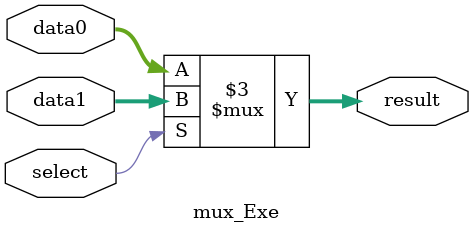
<source format=sv>
module mux_Exe(input logic [15:0] data0,
					  input logic [15:0] data1,
					  input logic select,
					  output logic [15:0] result);

  always_comb begin
    if (select)
      result = data1;
    else
      result = data0;
  end

endmodule
</source>
